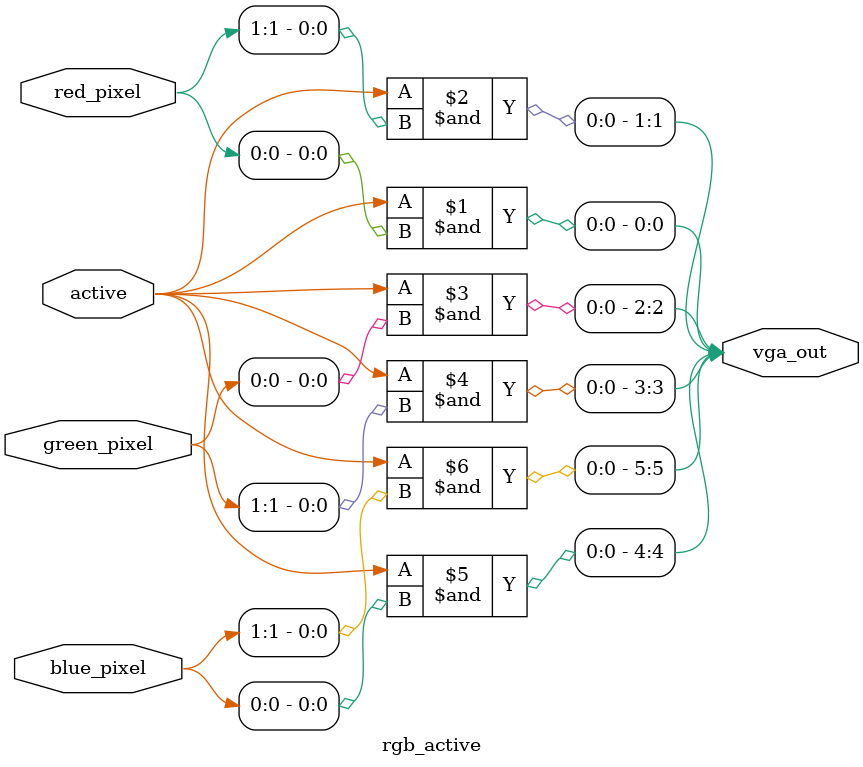
<source format=v>
`timescale 1ns/1ps

module rgb_active (
    input wire active,                  // Active video signal
    input wire [1:0] red_pixel,         // red_pixel 2-bit input
    input wire [1:0] green_pixel,       // green_pixel 2-bit input
    input wire [1:0] blue_pixel,        // blue_pixel 2-bit input
    output wire [5:0] vga_out           // vga_out 6-bit output
);

assign vga_out[0] = active & red_pixel[0];
assign vga_out[1] = active & red_pixel[1];
assign vga_out[2] = active & green_pixel[0];
assign vga_out[3] = active & green_pixel[1];
assign vga_out[4] = active & blue_pixel[0];
assign vga_out[5] = active & blue_pixel[1];

endmodule

</source>
